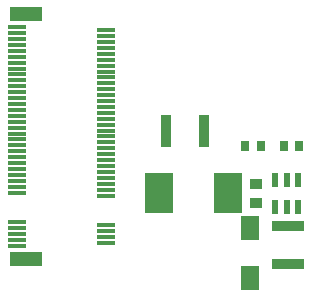
<source format=gbp>
G04*
G04 #@! TF.GenerationSoftware,Altium Limited,Altium Designer,25.1.2 (22)*
G04*
G04 Layer_Color=128*
%FSLAX44Y44*%
%MOMM*%
G71*
G04*
G04 #@! TF.SameCoordinates,47DE64E8-2747-4DE2-8CAA-9D4F0D5BEAA4*
G04*
G04*
G04 #@! TF.FilePolarity,Positive*
G04*
G01*
G75*
%ADD65R,0.9542X2.7062*%
%ADD66R,0.8000X0.9500*%
%ADD67R,1.0500X0.9000*%
%ADD68R,0.6000X1.2000*%
%ADD69R,2.4130X3.4290*%
%ADD70R,1.5000X2.1200*%
%ADD71R,2.7062X0.9542*%
%ADD72R,2.7500X1.2000*%
%ADD73R,1.5500X0.3000*%
D65*
X276250Y835000D02*
D03*
X243750D02*
D03*
D66*
X343424Y822001D02*
D03*
X356424D02*
D03*
X323920Y822000D02*
D03*
X310920D02*
D03*
D67*
X320000Y774000D02*
D03*
Y790000D02*
D03*
D68*
X336419Y793500D02*
D03*
Y770500D02*
D03*
X345920D02*
D03*
X355420D02*
D03*
Y793500D02*
D03*
X345920D02*
D03*
D69*
X295920Y782000D02*
D03*
X237500D02*
D03*
D70*
X315000Y752150D02*
D03*
Y709850D02*
D03*
D71*
X347000Y721750D02*
D03*
Y754250D02*
D03*
D72*
X125000Y726500D02*
D03*
Y933500D02*
D03*
D73*
X117250Y737500D02*
D03*
X192750Y740000D02*
D03*
X117250Y742500D02*
D03*
X192750Y745000D02*
D03*
X117250Y747500D02*
D03*
X192750Y750000D02*
D03*
X117250Y752500D02*
D03*
X192750Y755000D02*
D03*
X117250Y757500D02*
D03*
X192750Y780000D02*
D03*
X117250Y782500D02*
D03*
X192750Y784999D02*
D03*
X117250Y797500D02*
D03*
X192750Y805000D02*
D03*
Y810000D02*
D03*
X117250Y812500D02*
D03*
X192750Y815000D02*
D03*
Y820000D02*
D03*
Y825000D02*
D03*
X117250Y827500D02*
D03*
X192750Y830000D02*
D03*
X117250Y832500D02*
D03*
X192750Y835000D02*
D03*
X117250Y837500D02*
D03*
X192750Y840000D02*
D03*
X117250Y842499D02*
D03*
X192750Y845000D02*
D03*
X117250Y847500D02*
D03*
X192750Y850000D02*
D03*
X117250Y852500D02*
D03*
X192750Y855000D02*
D03*
X117250Y857500D02*
D03*
X192750Y860000D02*
D03*
X117250Y862500D02*
D03*
X192750Y865000D02*
D03*
X117250Y867500D02*
D03*
X192750Y870000D02*
D03*
X117250Y872500D02*
D03*
X192750Y875000D02*
D03*
X117250Y877500D02*
D03*
X192750Y880000D02*
D03*
X117250Y882500D02*
D03*
X192750Y885000D02*
D03*
X117250Y887500D02*
D03*
X192750Y890000D02*
D03*
X117250Y892500D02*
D03*
X192750Y895000D02*
D03*
X117250Y897500D02*
D03*
X192750Y899999D02*
D03*
X117250Y902500D02*
D03*
X192750Y905000D02*
D03*
X117250Y907500D02*
D03*
X192750Y909999D02*
D03*
X117250Y912500D02*
D03*
X192750Y915000D02*
D03*
X117250Y917500D02*
D03*
X192750Y920000D02*
D03*
X117250Y922500D02*
D03*
Y817500D02*
D03*
Y822500D02*
D03*
Y792500D02*
D03*
Y807500D02*
D03*
Y802500D02*
D03*
Y787500D02*
D03*
X192750Y800000D02*
D03*
Y795000D02*
D03*
Y790000D02*
D03*
M02*

</source>
